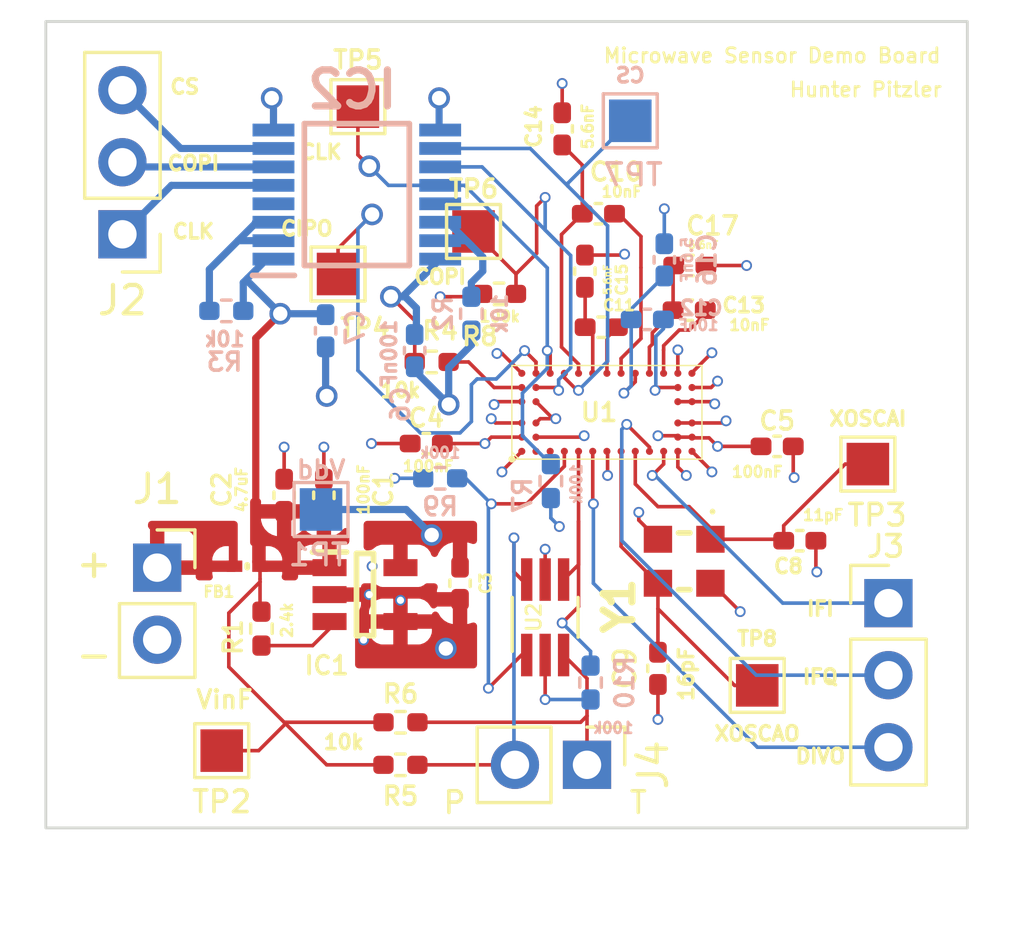
<source format=kicad_pcb>
(kicad_pcb (version 20211014) (generator pcbnew)
  (layers (0 "F.Cu" signal) (1 "In1.Cu" power "GND") (2 "In2.Cu" power "Vcc") (31 "B.Cu" signal) (34 "B.Paste" user) (35 "F.Paste" user) (36 "B.SilkS" user "B.Silkscreen") (37 "F.SilkS" user "F.Silkscreen") (38 "B.Mask" user) (39 "F.Mask" user) (44 "Edge.Cuts" user))
  (net 0 "")
  (net 1 "GND")
  (net 2 "/VinF")
  (net 3 "/Vdd")
  (net 4 "Net-(C8-Pad1)")
  (net 5 "Net-(C9-Pad2)")
  (net 6 "Net-(C10-Pad1)")
  (net 7 "/IFIAI")
  (net 8 "/IFIAIX")
  (net 9 "Net-(C12-Pad1)")
  (net 10 "/IFQAI")
  (net 11 "/IFQAIX")
  (net 12 "Net-(FB1-Pad1)")
  (net 13 "Net-(IC1-Pad3)")
  (net 14 "Net-(IC2-Pad2)")
  (net 16 "Net-(IC2-Pad5)")
  (net 17 "Net-(IC2-Pad6)")
  (net 18 "Net-(IC2-Pad7)")
  (net 19 "Net-(IC2-Pad12)")
  (net 21 "Net-(IC2-Pad14)")
  (net 24 "Net-(J3-Pad1)")
  (net 25 "Net-(IC2-Pad11)")
  (net 26 "Net-(IC2-Pad10)")
  (net 27 "Net-(J3-Pad2)")
  (net 28 "Net-(J3-Pad3)")
  (net 29 "Net-(C11-Pad1)")
  (net 30 "Net-(C13-Pad1)")
  (net 31 "Net-(J4-Pad1)")
  (net 32 "Net-(J4-Pad2)")
  (net 33 "Net-(R4-Pad2)")
  (net 34 "Net-(R9-Pad2)")
  (net 35 "Net-(R10-Pad1)")
  (net 36 "Net-(TP4-Pad1)")
  (footprint "Capacitor_SMD:C_0402_1005Metric_Pad0.74x0.62mm_HandSolder" (layer "F.Cu") (at 140.4 88.3 90)
    (fp_text reference "C15")
    (fp_text value "5.6n")
  )
  (footprint "Capacitor_SMD:C_0402_1005Metric_Pad0.74x0.62mm_HandSolder" (layer "F.Cu") (at 134.809359 94.375)
    (fp_text reference "C4")
    (fp_text value "100n")
  )
  (footprint "Connector_PinHeader_2.54mm:PinHeader_1x02_P2.54mm_Vertical" (layer "F.Cu") (at 140.475 105.7 -90)
    (fp_text reference "J4")
    (fp_text value "Digital_Outputs")
  )
  (footprint "TestPoint:TestPoint_Pad_1.5x1.5mm" (layer "F.Cu") (at 136.475 86.9)
    (fp_text reference "TP6")
    (fp_text value "TestPoint")
  )
  (footprint "SamacSys_Parts:FH3840024Z" (layer "F.Cu") (at 143.9 98.525 180)
    (fp_text reference "Y1")
    (fp_text value "FH3840024Z" hide)
  )
  (footprint "Capacitor_SMD:C_0402_1005Metric_Pad0.74x0.62mm_HandSolder" (layer "F.Cu") (at 131.2 96.2 -90)
    (fp_text reference "C1")
    (fp_text value "100n")
  )
  (footprint "Connector_PinHeader_2.54mm:PinHeader_1x03_P2.54mm_Vertical" (layer "F.Cu") (at 124.1 87 180)
    (fp_text reference "J2")
    (fp_text value "SPI_Header")
  )
  (footprint "Capacitor_SMD:C_0402_1005Metric_Pad0.74x0.62mm_HandSolder" (layer "F.Cu") (at 139.6 83.28375 90)
    (fp_text reference "C14")
    (fp_text value "5.6n")
  )
  (footprint "Capacitor_SMD:C_0402_1005Metric_Pad0.74x0.62mm_HandSolder" (layer "F.Cu") (at 140.876859 86.275)
    (fp_text reference "C10")
    (fp_text value "10n")
  )
  (footprint "SamacSys_Parts:SOT95P280X145-5N" (layer "F.Cu") (at 132.65 99.7)
    (fp_text reference "IC1")
    (fp_text value "TPS7A2015PDBVR" hide)
  )
  (footprint "Capacitor_SMD:C_0402_1005Metric_Pad0.74x0.62mm_HandSolder" (layer "F.Cu") (at 129.8 96.2 -90)
    (fp_text reference "C2")
    (fp_text value "4.7u")
  )
  (footprint "Connector_PinHeader_2.54mm:PinHeader_1x03_P2.54mm_Vertical" (layer "F.Cu") (at 151.1 100)
    (fp_text reference "J3")
    (fp_text value "ABB_Outputs")
  )
  (footprint "Capacitor_SMD:C_0402_1005Metric_Pad0.74x0.62mm_HandSolder" (layer "F.Cu") (at 136 99.3 -90)
    (fp_text reference "C3")
    (fp_text value "4.7u")
  )
  (footprint "Capacitor_SMD:C_0402_1005Metric_Pad0.74x0.62mm_HandSolder" (layer "F.Cu") (at 144.076859 89.675)
    (fp_text reference "C13")
    (fp_text value "10n")
  )
  (footprint "Resistor_SMD:R_0402_1005Metric_Pad0.72x0.64mm_HandSolder" (layer "F.Cu") (at 129 100.9 -90)
    (fp_text reference "R1")
    (fp_text value "2.4k")
  )
  (footprint "TestPoint:TestPoint_Pad_1.5x1.5mm" (layer "F.Cu") (at 131.7 88.4)
    (fp_text reference "TP4")
    (fp_text value "TestPoint")
  )
  (footprint "TestPoint:TestPoint_Pad_1.5x1.5mm" (layer "F.Cu") (at 127.6 105.2)
    (fp_text reference "TP2")
    (fp_text value "TestPoint")
  )
  (footprint "Resistor_SMD:R_0402_1005Metric_Pad0.72x0.64mm_HandSolder" (layer "F.Cu") (at 135 91.5)
    (fp_text reference "R4")
    (fp_text value "10k")
  )
  (footprint "Resistor_SMD:R_0402_1005Metric_Pad0.72x0.64mm_HandSolder" (layer "F.Cu") (at 137.375 89.1 180)
    (fp_text reference "R8")
    (fp_text value "100k")
  )
  (footprint "TestPoint:TestPoint_Pad_1.5x1.5mm" (layer "F.Cu") (at 132.4 82.5)
    (fp_text reference "TP5")
    (fp_text value "TestPoint")
  )
  (footprint "Resistor_SMD:R_0402_1005Metric_Pad0.72x0.64mm_HandSolder" (layer "F.Cu") (at 133.8975 105.7 180)
    (fp_text reference "R5")
    (fp_text value "10k")
  )
  (footprint "Connector_PinSocket_2.54mm:PinSocket_1x02_P2.54mm_Vertical" (layer "F.Cu") (at 125.325 98.75)
    (fp_text reference "J1")
    (fp_text value "3.3Vin")
  )
  (footprint "TestPoint:TestPoint_Pad_1.5x1.5mm" (layer "F.Cu") (at 146.475 102.9)
    (fp_text reference "TP8")
    (fp_text value "TestPoint")
  )
  (footprint "Capacitor_SMD:C_0402_1005Metric_Pad0.74x0.62mm_HandSolder" (layer "F.Cu") (at 140.976859 90.275)
    (fp_text reference "C11")
    (fp_text value "10n")
  )
  (footprint "Microwave:BGT60LTR11AIPE6327XUMA2 v2" (layer "F.Cu") (at 141.176859 93.275)
    (fp_text reference "U1")
    (fp_text value "BGT60LTR11AIPE6327XUMA2")
  )
  (footprint "Capacitor_SMD:C_0402_1005Metric_Pad0.74x0.62mm_HandSolder" (layer "F.Cu") (at 147.975 97.8)
    (fp_text reference "C8")
    (fp_text value "11p")
  )
  (footprint "Capacitor_SMD:C_0402_1005Metric_Pad0.74x0.62mm_HandSolder" (layer "F.Cu") (at 147.176859 94.475)
    (fp_text reference "C5")
    (fp_text value "100n")
  )
  (footprint "Resistor_SMD:R_0402_1005Metric_Pad0.72x0.64mm_HandSolder" (layer "F.Cu") (at 133.9 104.2 180)
    (fp_text reference "R6")
    (fp_text value "10k")
  )
  (footprint "Capacitor_SMD:C_0402_1005Metric_Pad0.74x0.62mm_HandSolder" (layer "F.Cu") (at 144.1 88.1)
    (fp_text reference "C17")
    (fp_text value "5.6n")
  )
  (footprint "Microwave2:SOT-363_SC-70-6_Handsoldering" (layer "F.Cu") (at 139 100.5 90)
    (fp_text reference "U2")
    (fp_text value "Level_Shifter")
  )
  (footprint "SamacSys_Parts:BEADC0603X33N" (layer "F.Cu") (at 128.5 98.7)
    (fp_text reference "FB1")
    (fp_text value "MMZ0603S121HT000" hide)
  )
  (footprint "Capacitor_SMD:C_0402_1005Metric_Pad0.74x0.62mm_HandSolder" (layer "F.Cu") (at 142.975 102.3 90)
    (fp_text reference "C9")
    (fp_text value "16p")
  )
  (footprint "TestPoint:TestPoint_Pad_1.5x1.5mm" (layer "F.Cu") (at 150.375 95.1)
    (fp_text reference "TP3")
    (fp_text value "TestPoint")
  )
  (footprint "Resistor_SMD:R_0402_1005Metric_Pad0.72x0.64mm_HandSolder" (layer "B.Cu") (at 136.4 89.8 -90)
    (fp_text reference "R2")
    (fp_text value "10k")
  )
  (footprint "Resistor_SMD:R_0402_1005Metric_Pad0.72x0.64mm_HandSolder" (layer "B.Cu") (at 127.762 89.7 180)
    (fp_text reference "R3")
    (fp_text value "10k")
  )
  (footprint "Capacitor_SMD:C_0402_1005Metric_Pad0.74x0.62mm_HandSolder" (layer "B.Cu") (at 134.4 91.1 90)
    (fp_text reference "C6")
    (fp_text value "100n")
  )
  (footprint "Capacitor_SMD:C_0402_1005Metric_Pad0.74x0.62mm_HandSolder" (layer "B.Cu") (at 142.6 90)
    (fp_text reference "C12")
    (fp_text value "10n")
  )
  (footprint "Capacitor_SMD:C_0402_1005Metric_Pad0.74x0.62mm_HandSolder" (layer "B.Cu") (at 131.262 90.4 -90)
    (fp_text reference "C7")
    (fp_text value "100n")
  )
  (footprint "TestPoint:TestPoint_Pad_1.5x1.5mm" (layer "B.Cu") (at 131.1 96.7 180)
    (fp_text reference "TP1")
    (fp_text value "TestPoint")
  )
  (footprint "Resistor_SMD:R_0402_1005Metric_Pad0.72x0.64mm_HandSolder" (layer "B.Cu") (at 140.6 102.8 -90)
    (fp_text reference "R10")
    (fp_text value "100k")
  )
  (footprint "TestPoint:TestPoint_Pad_1.5x1.5mm" (layer "B.Cu") (at 142 83 180)
    (fp_text reference "TP7")
    (fp_text value "TestPoint")
  )
  (footprint "SamacSys_Parts:SOP65P640X120-16N" (layer "B.Cu") (at 132.362 85.6)
    (fp_text reference "IC2")
    (fp_text value "SN74AVC4T245PWR" hide)
  )
  (footprint "Resistor_SMD:R_0402_1005Metric_Pad0.72x0.64mm_HandSolder" (layer "B.Cu") (at 135.3 95.6)
    (fp_text reference "R9")
    (fp_text value "100k")
  )
  (footprint "Capacitor_SMD:C_0402_1005Metric_Pad0.74x0.62mm_HandSolder" (layer "B.Cu") (at 143.2 87.9 90)
    (fp_text reference "C16")
    (fp_text value "5.6n")
  )
  (footprint "Resistor_SMD:R_0402_1005Metric_Pad0.72x0.64mm_HandSolder" (layer "B.Cu") (at 139.2 95.7 90)
    (fp_text reference "R7")
    (fp_text value "100k")
  )
  (gr_rect (start 121.4 79.5) (end 153.88 107.924) (layer "Edge.Cuts") (width 0.1) (fill none))
  (gr_text "100k" (at 135.3 94.7) (layer "B.SilkS") (effects (font (size 0.381 0.381) (thickness 0.09525)) (justify mirror)))
  (gr_text "5.6nF" (at 144 87.9 90) (layer "B.SilkS") (effects (font (size 0.381 0.381) (thickness 0.09525)) (justify mirror)))
  (gr_text "100k" (at 140.1 95.8 90) (layer "B.SilkS") (effects (font (size 0.381 0.381) (thickness 0.09525)) (justify mirror)))
  (gr_text "CS" (at 142 81.4) (layer "B.SilkS") (effects (font (size 0.508 0.508) (thickness 0.127)) (justify mirror)))
  (gr_text "100nF" (at 133.5 91.2 90) (layer "B.SilkS") (effects (font (size 0.508 0.508) (thickness 0.127)) (justify mirror)))
  (gr_text "Vdd" (at 131.1 95.3) (layer "B.SilkS") (effects (font (size 0.635 0.635) (thickness 0.127)) (justify mirror)))
  (gr_text "10k" (at 137.4 89.8 90) (layer "B.SilkS") (effects (font (size 0.508 0.508) (thickness 0.127)) (justify mirror)))
  (gr_text "10nF" (at 144.4 90.2) (layer "B.SilkS") (effects (font (size 0.381 0.381) (thickness 0.09525)) (justify mirror)))
  (gr_text "10k" (at 127.7 90.7) (layer "B.SilkS") (effects (font (size 0.508 0.508) (thickness 0.127)) (justify mirror)))
  (gr_text "100k" (at 141.4 104.4) (layer "B.SilkS") (effects (font (size 0.381 0.381) (thickness 0.09525)) (justify mirror)))
  (gr_text "4.7uF" (at 128.3 96 90) (layer "F.SilkS") (effects (font (size 0.381 0.381) (thickness 0.09525))))
  (gr_text "XOSCAO" (at 146.475 104.6) (layer "F.SilkS") (effects (font (size 0.508 0.508) (thickness 0.127))))
  (gr_text "100k" (at 137.4 89.9) (layer "F.SilkS") (effects (font (size 0.381 0.381) (thickness 0.09525))))
  (gr_text "CLK" (at 126.6 86.9) (layer "F.SilkS") (effects (font (size 0.508 0.508) (thickness 0.127))))
  (gr_text "CS" (at 126.3 81.8) (layer "F.SilkS") (effects (font (size 0.508 0.508) (thickness 0.127))))
  (gr_text "XOSCAI" (at 150.375 93.5) (layer "F.SilkS") (effects (font (size 0.508 0.508) (thickness 0.127))))
  (gr_text "100nF" (at 146.476859 95.375) (layer "F.SilkS") (effects (font (size 0.381 0.381) (thickness 0.09525))))
  (gr_text "CIPO" (at 130.6 86.8) (layer "F.SilkS") (effects (font (size 0.508 0.508) (thickness 0.127))))
  (gr_text "5.6nF" (at 140.5 83.2 90) (layer "F.SilkS") (effects (font (size 0.381 0.381) (thickness 0.09525))))
  (gr_text "100nF" (at 134.876859 95.175) (layer "F.SilkS") (effects (font (size 0.381 0.381) (thickness 0.09525))))
  (gr_text "10nF" (at 141.7 85.5) (layer "F.SilkS") (effects (font (size 0.381 0.381) (thickness 0.09525))))
  (gr_text "IFQ" (at 148.7 102.6) (layer "F.SilkS") (effects (font (size 0.508 0.508) (thickness 0.127))))
  (gr_text "16pF" (at 143.975 102.5 90) (layer "F.SilkS") (effects (font (size 0.508 0.508) (thickness 0.127))))
  (gr_text "5.6nF" (at 144.576859 87.375) (layer "F.SilkS") (effects (font (size 0.254 0.254) (thickness 0.0635))))
  (gr_text "IFI" (at 148.7 100.2) (layer "F.SilkS") (effects (font (size 0.508 0.508) (thickness 0.127))))
  (gr_text "11pF" (at 148.8 96.9) (layer "F.SilkS") (effects (font (size 0.381 0.381) (thickness 0.09525))))
  (gr_text "+\n\n-" (at 123.1 100.2) (layer "F.SilkS") (effects (font (size 1 1))))
  (gr_text "Hunter Pitzler" (at 150.3 81.9) (layer "F.SilkS") (effects (font (size 0.508 0.508) (thickness 0.09525))))
  (gr_text "DIVO" (at 148.7 105.4) (layer "F.SilkS") (effects (font (size 0.508 0.508) (thickness 0.127))))
  (gr_text "Microwave Sensor Demo Board" (at 147 80.7) (layer "F.SilkS") (effects (font (size 0.508 0.508) (thickness 0.09525))))
  (gr_text "COPI" (at 126.6 84.5) (layer "F.SilkS") (effects (font (size 0.508 0.508) (thickness 0.127))))
  (gr_text "100nF" (at 132.6 96 90) (layer "F.SilkS") (effects (font (size 0.381 0.381) (thickness 0.09525))))
  (gr_text "CLK" (at 131.1 84.1) (layer "F.SilkS") (effects (font (size 0.508 0.508) (thickness 0.127))))
  (gr_text "COPI" (at 135.3 88.5) (layer "F.SilkS") (effects (font (size 0.508 0.508) (thickness 0.127))))
  (gr_text "10k" (at 131.9 104.9) (layer "F.SilkS") (effects (font (size 0.508 0.508) (thickness 0.127))))
  (gr_text "10nF" (at 146.2 90.2) (layer "F.SilkS") (effects (font (size 0.381 0.381) (thickness 0.09525))))
  (gr_text "5.6nF" (at 141.2 88.6 90) (layer "F.SilkS") (effects (font (size 0.254 0.254) (thickness 0.0635))))
  (gr_text "VinF" (at 127.7 103.4) (layer "F.SilkS") (effects (font (size 0.635 0.635) (thickness 0.127))))
  (gr_text "P          T" (at 139 107.03) (layer "F.SilkS") (effects (font (size 0.762 0.762) (thickness 0.127))))
  (gr_text "2.4k" (at 129.9 100.6 90) (layer "F.SilkS") (effects (font (size 0.381 0.381) (thickness 0.09525))))
  (gr_text "10k" (at 133.9 92.5) (layer "F.SilkS") (effects (font (size 0.508 0.508) (thickness 0.127))))
  (via (at 132.9 98.7) (size 0.381) (drill 0.254) (layers "F.Cu" "B.Cu") (net 0))
  (segment (start 141.7675 87.7325) (end 141.8 87.7) (width 0.127) (layer "F.Cu") (net 1))
  (segment (start 142.975 102.8675) (end 142.975 104.1) (width 0.127) (layer "F.Cu") (net 1))
  (segment (start 142.3 97.075) (end 142.975 97.75) (width 0.127) (layer "F.Cu") (net 1))
  (segment (start 144.176859 92.4) (end 144.851859 92.4) (width 0.127) (layer "F.Cu") (net 1))
  (segment (start 139.6 82.71625) (end 139.6 81.68375) (width 0.127) (layer "F.Cu") (net 1))
  (segment (start 142.3 96.8) (end 142.3 97.075) (width 0.127) (layer "F.Cu") (net 1))
  (segment (start 144.176859 92.9) (end 143.676859 92.9) (width 0.127) (layer "F.Cu") (net 1))
  (segment (start 144.876859 95.375) (end 144.876859 95.35) (width 0.127) (layer "F.Cu") (net 1))
  (segment (start 144.851859 92.4) (end 145.076859 92.175) (width 0.127) (layer "F.Cu") (net 1))
  (segment (start 139.375 93.5) (end 139.276859 93.5) (width 0.127) (layer "F.Cu") (net 1))
  (segment (start 136.6775 89.2) (end 136.7775 89.1) (width 0.127) (layer "F.Cu") (net 1))
  (segment (start 129.8 95.6325) (end 129.8 94.5) (width 0.127) (layer "F.Cu") (net 1))
  (segment (start 144.976859 92.975) (end 144.901859 92.9) (width 0.127) (layer "F.Cu") (net 1))
  (segment (start 132.876859 94.375) (end 134.241859 94.375) (width 0.127) (layer "F.Cu") (net 1))
  (segment (start 143.676859 93.65) (end 144.176859 93.65) (width 0.127) (layer "F.Cu") (net 1))
  (segment (start 148.5425 98.8675) (end 148.575 98.9) (width 0.127) (layer "F.Cu") (net 1))
  (segment (start 137.476859 95.375) (end 137.476859 95.35) (width 0.127) (layer "F.Cu") (net 1))
  (segment (start 148.5425 97.8) (end 148.5425 98.8675) (width 0.127) (layer "F.Cu") (net 1))
  (segment (start 139.276859 93.5) (end 138.676859 92.9) (width 0.127) (layer "F.Cu") (net 1))
  (segment (start 137.25 93.65) (end 138.176859 93.65) (width 0.127) (layer "F.Cu") (net 1))
  (segment (start 143.676859 94.65) (end 143.676859 95.201859) (width 0.127) (layer "F.Cu") (net 1))
  (segment (start 141.2 94.673141) (end 141.176859 94.65) (width 0.127) (layer "F.Cu") (net 1))
  (segment (start 131.2 95.6325) (end 131.2 94.5) (width 0.127) (layer "F.Cu") (net 1))
  (segment (start 144.173142 91.878717) (end 144.876859 91.175) (width 0.127) (layer "F.Cu") (net 1))
  (segment (start 135.3 89.2) (end 136.6775 89.2) (width 0.127) (layer "F.Cu") (net 1))
  (segment (start 137.2 93) (end 137.3 92.9) (width 0.127) (layer "F.Cu") (net 1))
  (segment (start 144.901859 92.9) (end 144.176859 92.9) (width 0.127) (layer "F.Cu") (net 1))
  (segment (start 137.3 91.2) (end 137.476859 91.2) (width 0.127) (layer "F.Cu") (net 1))
  (segment (start 144.176859 93.65) (end 145.301859 93.65) (width 0.127) (layer "F.Cu") (net 1))
  (segment (start 137.1 93.5) (end 137.25 93.65) (width 0.127) (layer "F.Cu") (net 1))
  (segment (start 137.3 92.9) (end 138.176859 92.9) (width 0.127) (layer "F.Cu") (net 1))
  (segment (start 137.476859 91.2) (end 138.176859 91.9) (width 0.127) (layer "F.Cu") (net 1))
  (segment (start 137.476859 95.35) (end 138.176859 94.65) (width 0.127) (layer "F.Cu") (net 1))
  (segment (start 138.826859 93.5) (end 138.676859 93.65) (width 0.127) (layer "F.Cu") (net 1))
  (segment (start 147.744359 94.475) (end 147.744359 95.5425) (width 0.127) (layer "F.Cu") (net 1))
  (segment (start 144.876859 95.35) (end 144.176859 94.65) (width 0.127) (layer "F.Cu") (net 1))
  (segment (start 147.744359 95.5425) (end 147.776859 95.575) (width 0.127) (layer "F.Cu") (net 1))
  (segment (start 140.4 87.7325) (end 141.7675 87.7325) (width 0.127) (layer "F.Cu") (net 1))
  (segment (start 144.173142 91.9) (end 144.173142 91.878717) (width 0.127) (layer "F.Cu") (net 1))
  (segment (start 144.6675 88.1) (end 146.1 88.1) (width 0.127) (layer "F.Cu") (net 1))
  (segment (start 145.301859 93.65) (end 145.376859 93.575) (width 0.127) (layer "F.Cu") (net 1))
  (segment (start 144.875 99.3) (end 145.875 100.3) (width 0.127) (layer "F.Cu") (net 1))
  (segment (start 139.375 93.5) (end 138.826859 93.5) (width 0.127) (layer "F.Cu") (net 1))
  (segment (start 143.676859 95.201859) (end 143.975 95.5) (width 0.127) (layer "F.Cu") (net 1))
  (segment (start 141.2 95.5) (end 141.2 94.673141) (width 0.127) (layer "F.Cu") (net 1))
  (segment (start 144.825 99.3) (end 144.875 99.3) (width 0.127) (layer "F.Cu") (net 1))
  (via (at 137.2 93) (size 0.381) (drill 0.254) (layers "F.Cu" "B.Cu") (net 1))
  (via (at 139.6 81.68375) (size 0.381) (drill 0.254) (layers "F.Cu" "B.Cu") (net 1))
  (via (at 144.976859 92.975) (size 0.381) (drill 0.254) (layers "F.Cu" "B.Cu") (net 1))
  (via (at 137.3 91.2) (size 0.381) (drill 0.254) (layers "F.Cu" "B.Cu") (net 1))
  (via (at 143.975 95.5) (size 0.381) (drill 0.254) (layers "F.Cu" "B.Cu") (net 1))
  (via (at 135.3 89.2) (size 0.381) (drill 0.254) (layers "F.Cu" "B.Cu") (net 1))
  (via (at 145.376859 93.575) (size 0.381) (drill 0.254) (layers "F.Cu" "B.Cu") (net 1))
  (via (at 142.975 104.1) (size 0.381) (drill 0.254) (layers "F.Cu" "B.Cu") (net 1))
  (via (at 142.3 96.8) (size 0.381) (drill 0.254) (layers "F.Cu" "B.Cu") (net 1))
  (via (at 133.9 99.9) (size 0.381) (drill 0.254) (layers "F.Cu" "B.Cu") (net 1))
  (via (at 148.575 98.9) (size 0.381) (drill 0.254) (layers "F.Cu" "B.Cu") (net 1))
  (via (at 132.6 101.3) (size 0.381) (drill 0.254) (layers "F.Cu" "B.Cu") (net 1))
  (via (at 135.262 82.2) (size 0.762) (drill 0.508) (layers "F.Cu" "B.Cu") (net 1))
  (via (at 139.5 97.3) (size 0.381) (drill 0.254) (layers "F.Cu" "B.Cu") (net 1))
  (via (at 137.476859 95.375) (size 0.381) (drill 0.254) (layers "F.Cu" "B.Cu") (net 1))
  (via (at 129.8 94.5) (size 0.381) (drill 0.254) (layers "F.Cu" "B.Cu") (net 1))
  (via (at 132.8 99.7) (size 0.381) (drill 0.254) (layers "F.Cu" "B.Cu") (net 1))
  (via (at 129.362 82.2) (size 0.762) (drill 0.508) (layers "F.Cu" "B.Cu") (net 1))
  (via (at 145.875 100.3) (size 0.381) (drill 0.254) (layers "F.Cu" "B.Cu") (net 1))
  (via (at 147.776859 95.575) (size 0.381) (drill 0.254) (layers "F.Cu" "B.Cu") (net 1))
  (via (at 141.2 95.5) (size 0.381) (drill 0.254) (layers "F.Cu" "B.Cu") (net 1))
  (via (at 141.8 87.7) (size 0.381) (drill 0.254) (layers "F.Cu" "B.Cu") (net 1))
  (via (at 135.6 93) (size 0.762) (drill 0.508) (layers "F.Cu" "B.Cu") (net 1))
  (via (at 137.1 93.5) (size 0.381) (drill 0.254) (layers "F.Cu" "B.Cu") (net 1))
  (via (at 144.876859 91.175) (size 0.381) (drill 0.254) (layers "F.Cu" "B.Cu") (net 1))
  (via (at 144.876859 95.375) (size 0.381) (drill 0.254) (layers "F.Cu" "B.Cu") (net 1))
  (via (at 146.1 88.1) (size 0.381) (drill 0.254) (layers "F.Cu" "B.Cu") (net 1))
  (via (at 131.3 92.7) (size 0.762) (drill 0.508) (layers "F.Cu" "B.Cu") (net 1))
  (via (at 135.5 101.6) (size 0.762) (drill 0.508) (layers "F.Cu" "B.Cu") (net 1))
  (via (at 132.876859 94.375) (size 0.381) (drill 0.254) (layers "F.Cu" "B.Cu") (net 1))
  (via (at 143.2 86.1) (size 0.381) (drill 0.254) (layers "F.Cu" "B.Cu") (net 1))
  (via (at 139.375 93.5) (size 0.381) (drill 0.254) (layers "F.Cu" "B.Cu") (net 1))
  (via (at 145.076859 92.175) (size 0.381) (drill 0.254) (layers "F.Cu" "B.Cu") (net 1))
  (via (at 131.2 94.5) (size 0.381) (drill 0.254) (layers "F.Cu" "B.Cu") (net 1))
  (segment (start 135.262 82.2) (end 135.262 83.287) (width 0.25) (layer "B.Cu") (net 1))
  (segment (start 136.4 90.9) (end 135.6 91.7) (width 0.254) (layer "B.Cu") (net 1))
  (segment (start 139.2 97) (end 139.2 96.2975) (width 0.127) (layer "B.Cu") (net 1))
  (segment (start 143.2 87.6325) (end 143.2 86.1) (width 0.127) (layer "B.Cu") (net 1))
  (segment (start 129.424 83.325) (end 129.424 82.262) (width 0.254) (layer "B.Cu") (net 1))
  (segment (start 139.5 97.3) (end 139.2 97) (width 0.127) (layer "B.Cu") (net 1))
  (segment (start 129.424 82.262) (end 129.362 82.2) (width 0.127) (layer "B.Cu") (net 1))
  (segment (start 136.4 90.5975) (end 136.4 90.9) (width 0.254) (layer "B.Cu") (net 1))
  (segment (start 135.6 91.7) (end 135.6 93) (width 0.254) (layer "B.Cu") (net 1))
  (segment (start 134.4 91.8) (end 135.6 93) (width 0.25) (layer "B.Cu") (net 1))
  (segment (start 131.3 92.7) (end 131.262 92.662) (width 0.254) (layer "B.Cu") (net 1))
  (segment (start 135.262 83.287) (end 135.3 83.325) (width 0.25) (layer "B.Cu") (net 1))
  (segment (start 134.4 91.6675) (end 134.4 91.8) (width 0.25) (layer "B.Cu") (net 1))
  (segment (start 131.262 92.662) (end 131.262 90.9675) (width 0.254) (layer "B.Cu") (net 1))
  (segment (start 128.95 100.2525) (end 128.95 99.25) (width 0.127) (layer "F.Cu") (net 2))
  (segment (start 133.3025 104.2) (end 129.8 104.2) (width 0.127) (layer "F.Cu") (net 2))
  (segment (start 129.662 89.8) (end 128.8 90.662) (width 0.254) (layer "F.Cu") (net 2))
  (segment (start 128.8 90.662) (end 128.8 98.55) (width 0.254) (layer "F.Cu") (net 2))
  (segment (start 127.85 100.35) (end 127.85 102.25) (width 0.127) (layer "F.Cu") (net 2))
  (segment (start 131.3 105.7) (end 129.8 104.2) (width 0.127) (layer "F.Cu") (net 2))
  (segment (start 129.9 104.2) (end 128.9 105.2) (width 0.127) (layer "F.Cu") (net 2))
  (segment (start 133.3 105.7) (end 131.3 105.7) (width 0.127) (layer "F.Cu") (net 2))
  (segment (start 129.8 104.2) (end 127.85 102.25) (width 0.127) (layer "F.Cu") (net 2))
  (segment (start 129 100.3025) (end 128.95 100.2525) (width 0.127) (layer "F.Cu") (net 2))
  (segment (start 128.95 99.15) (end 128.95 98.7) (width 0.127) (layer "F.Cu") (net 2))
  (segment (start 128.95 99.25) (end 128.95 99.15) (width 0.127) (layer "F.Cu") (net 2))
  (segment (start 128.95 99.25) (end 127.85 100.35) (width 0.127) (layer "F.Cu") (net 2))
  (segment (start 128.9 105.2) (end 127.6 105.2) (width 0.127) (layer "F.Cu") (net 2))
  (segment (start 128.95 98.7) (end 128.8 98.55) (width 0.127) (layer "F.Cu") (net 2))
  (segment (start 129.9 104.2) (end 129.8 104.2) (width 0.127) (layer "F.Cu") (net 2))
  (via (at 129.662 89.8) (size 0.762) (drill 0.508) (layers "F.Cu" "B.Cu") (net 2))
  (segment (start 131.2295 89.8) (end 131.262 89.8325) (width 0.127) (layer "B.Cu") (net 2))
  (segment (start 128.3595 88.7025) (end 128.512 88.55) (width 0.254) (layer "B.Cu") (net 2))
  (segment (start 128.3595 89.7) (end 128.3595 88.7025) (width 0.254) (layer "B.Cu") (net 2))
  (segment (start 128.512 88.65) (end 128.512 88.55) (width 0.127) (layer "B.Cu") (net 2))
  (segment (start 128.512 88.55) (end 129.187 87.875) (width 0.254) (layer "B.Cu") (net 2))
  (segment (start 129.187 87.875) (end 129.424 87.875) (width 0.127) (layer "B.Cu") (net 2))
  (segment (start 129.662 89.8) (end 128.512 88.65) (width 0.254) (layer "B.Cu") (net 2))
  (segment (start 129.662 89.8) (end 131.2295 89.8) (width 0.254) (layer "B.Cu") (net 2))
  (segment (start 143.676859 94.15) (end 144.176859 94.15) (width 0.127) (layer "F.Cu") (net 3))
  (segment (start 145.076859 94.475) (end 146.609359 94.475) (width 0.127) (layer "F.Cu") (net 3))
  (segment (start 136.876859 94.375) (end 137.101859 94.15) (width 0.127) (layer "F.Cu") (net 3))
  (segment (start 142.975 94.1) (end 143.626859 94.1) (width 0.127) (layer "F.Cu") (net 3))
  (segment (start 134.4025 91.5) (end 134.4025 90.0405) (width 0.127) (layer "F.Cu") (net 3))
  (segment (start 136.876859 94.375) (end 135.376859 94.375) (width 0.127) (layer "F.Cu") (net 3))
  (segment (start 134.4025 90.0405) (end 133.562 89.2) (width 0.127) (layer "F.Cu") (net 3))
  (segment (start 138.676859 94.15) (end 140.325 94.15) (width 0.127) (layer "F.Cu") (net 3))
  (segment (start 143.676859 91.9) (end 143.676859 91.075) (width 0.127) (layer "F.Cu") (net 3))
  (segment (start 140.325 94.15) (end 140.375 94.1) (width 0.127) (layer "F.Cu") (net 3))
  (segment (start 139 99.17) (end 139 98.1) (width 0.127) (layer "F.Cu") (net 3))
  (segment (start 145.076859 94.475) (end 144.776859 94.175) (width 0.127) (layer "F.Cu") (net 3))
  (segment (start 144.201859 94.175) (end 144.176859 94.15) (width 0.127) (layer "F.Cu") (net 3))
  (segment (start 143.626859 94.1) (end 143.676859 94.15) (width 0.127) (layer "F.Cu") (net 3))
  (segment (start 137.101859 94.15) (end 138.176859 94.15) (width 0.127) (layer "F.Cu") (net 3))
  (segment (start 139 101.83) (end 139 103.4) (width 0.127) (layer "F.Cu") (net 3))
  (segment (start 144.776859 94.175) (end 144.201859 94.175) (width 0.127) (layer "F.Cu") (net 3))
  (via (at 133.7 95.6) (size 0.381) (drill 0.254) (layers "F.Cu" "B.Cu") (net 3))
  (via (at 143.676859 91.075) (size 0.381) (drill 0.254) (layers "F.Cu" "B.Cu") (net 3))
  (via (at 142.975 94.1) (size 0.381) (drill 0.254) (layers "F.Cu" "B.Cu") (net 3))
  (via (at 136.876859 94.375) (size 0.381) (drill 0.254) (layers "F.Cu" "B.Cu") (net 3))
  (via (at 139 98.1) (size 0.381) (drill 0.254) (layers "F.Cu" "B.Cu") (net 3))
  (via (at 139 103.4) (size 0.381) (drill 0.254) (layers "F.Cu" "B.Cu") (net 3))
  (via (at 145.076859 94.475) (size 0.381) (drill 0.254) (layers "F.Cu" "B.Cu") (net 3))
  (via (at 133.562 89.2) (size 0.762) (drill 0.508) (layers "F.Cu" "B.Cu") (net 3))
  (via (at 140.375 94.1) (size 0.381) (drill 0.254) (layers "F.Cu" "B.Cu") (net 3))
  (via (at 135 97.6) (size 0.762) (drill 0.508) (layers "F.Cu" "B.Cu") (net 3))
  (segment (start 139.0025 103.3975) (end 140.6 103.3975) (width 0.127) (layer "B.Cu") (net 3))
  (segment (start 133.975 89.2) (end 134.0185 89.1565) (width 0.254) (layer "B.Cu") (net 3))
  (segment (start 134.1 96.7) (end 135 97.6) (width 0.254) (layer "B.Cu") (net 3))
  (segment (start 139 103.4) (end 139.0025 103.3975) (width 0.127) (layer "B.Cu") (net 3))
  (segment (start 131.1 96.7) (end 134.1 96.7) (width 0.254) (layer "B.Cu") (net 3))
  (segment (start 134.462 89.6) (end 134.0185 89.1565) (width 0.254) (layer "B.Cu") (net 3))
  (segment (start 133.562 89.2) (end 133.975 89.2) (width 0.254) (layer "B.Cu") (net 3))
  (segment (start 134.0185 89.1565) (end 135.3 87.875) (width 0.254) (layer "B.Cu") (net 3))
  (segment (start 133.7 95.6) (end 134.7025 95.6) (width 0.127) (layer "B.Cu") (net 3))
  (segment (start 134.462 90.5325) (end 134.462 89.6) (width 0.254) (layer "B.Cu") (net 3))
  (segment (start 147.4075 97.2675) (end 149.575 95.1) (width 0.127) (layer "F.Cu") (net 4))
  (segment (start 142.176859 94.65) (end 142.176859 95.801859) (width 0.127) (layer "F.Cu") (net 4))
  (segment (start 142.975 96.6) (end 144.075 96.6) (width 0.127) (layer "F.Cu") (net 4))
  (segment (start 144.075 96.6) (end 144.825 97.35) (width 0.127) (layer "F.Cu") (net 4))
  (segment (start 149.575 95.1) (end 150.375 95.1) (width 0.127) (layer "F.Cu") (net 4))
  (segment (start 144.825 97.75) (end 147.3575 97.75) (width 0.127) (layer "F.Cu") (net 4))
  (segment (start 144.825 97.35) (end 144.825 97.75) (width 0.127) (layer "F.Cu") (net 4))
  (segment (start 142.176859 95.801859) (end 142.975 96.6) (width 0.127) (layer "F.Cu") (net 4))
  (segment (start 147.4075 97.8) (end 147.4075 97.2675) (width 0.127) (layer "F.Cu") (net 4))
  (segment (start 147.3575 97.75) (end 147.4075 97.8) (width 0.127) (layer "F.Cu") (net 4))
  (segment (start 145.675 102.9) (end 146.475 102.9) (width 0.127) (layer "F.Cu") (net 5))
  (segment (start 142.975 100.2) (end 142.975 101.7325) (width 0.127) (layer "F.Cu") (net 5))
  (segment (start 141.676859 94.65) (end 141.676859 98.001859) (width 0.127) (layer "F.Cu") (net 5))
  (segment (start 141.676859 98.001859) (end 142.975 99.3) (width 0.127) (layer "F.Cu") (net 5))
  (segment (start 142.975 100.2) (end 145.675 102.9) (width 0.127) (layer "F.Cu") (net 5))
  (segment (start 142.975 99.3) (end 142.975 100.2) (width 0.127) (layer "F.Cu") (net 5))
  (segment (start 140.309359 86.275) (end 140.309359 84.560609) (width 0.127) (layer "F.Cu") (net 6))
  (segment (start 139.576859 90.975) (end 139.576859 87.0075) (width 0.127) (layer "F.Cu") (net 6))
  (segment (start 140.176859 91.9) (end 140.176859 91.575) (width 0.127) (layer "F.Cu") (net 6))
  (segment (start 140.176859 91.575) (end 139.576859 90.975) (width 0.127) (layer "F.Cu") (net 6))
  (segment (start 140.309359 84.560609) (end 139.6 83.85125) (width 0.127) (layer "F.Cu") (net 6))
  (segment (start 139.576859 87.0075) (end 140.309359 86.275) (width 0.127) (layer "F.Cu") (net 6))
  (segment (start 142.376859 90.675) (end 141.676239 91.37562) (width 0.127) (layer "F.Cu") (net 7))
  (segment (start 141.444359 86.275) (end 141.576859 86.275) (width 0.127) (layer "F.Cu") (net 7))
  (segment (start 141.576859 86.275) (end 142.376859 87.075) (width 0.127) (layer "F.Cu") (net 7))
  (segment (start 142.376859 88.175) (end 142.376859 90.675) (width 0.127) (layer "F.Cu") (net 7))
  (segment (start 141.676239 91.37562) (end 141.676239 91.9) (width 0.127) (layer "F.Cu") (net 7))
  (segment (start 142.376859 87.075) (end 142.376859 88.175) (width 0.127) (layer "F.Cu") (net 7))
  (segment (start 141.176859 91.9) (end 141.176859 90.6425) (width 0.127) (layer "F.Cu") (net 8))
  (segment (start 141.176859 90.6425) (end 141.544359 90.275) (width 0.127) (layer "F.Cu") (net 8))
  (segment (start 142.175 92.2) (end 142.175 92.1) (width 0.127) (layer "F.Cu") (net 9))
  (segment (start 141.775 92.6) (end 142.175 92.2) (width 0.127) (layer "F.Cu") (net 9))
  (segment (start 142.176859 92.098141) (end 142.176859 91.9) (width 0.127) (layer "F.Cu") (net 9))
  (segment (start 142.175 92.1) (end 142.176859 92.098141) (width 0.127) (layer "F.Cu") (net 9))
  (via (at 141.775 92.6) (size 0.381) (drill 0.254) (layers "F.Cu" "B.Cu") (net 9))
  (segment (start 142.0325 90) (end 142.0325 92.3425) (width 0.127) (layer "B.Cu") (net 9))
  (segment (start 142.0325 90) (end 142.0325 89.635) (width 0.127) (layer "B.Cu") (net 9))
  (segment (start 142.0325 89.635) (end 143.2 88.4675) (width 0.127) (layer "B.Cu") (net 9))
  (segment (start 142.0325 92.3425) (end 141.775 92.6) (width 0.127) (layer "B.Cu") (net 9))
  (segment (start 142.975 92.4) (end 142.875 92.5) (width 0.127) (layer "F.Cu") (net 10))
  (segment (start 143.676859 92.4) (end 142.975 92.4) (width 0.127) (layer "F.Cu") (net 10))
  (via (at 142.875 92.5) (size 0.381) (drill 0.254) (layers "F.Cu" "B.Cu") (net 10))
  (segment (start 142.9 92.475) (end 142.875 92.5) (width 0.127) (layer "B.Cu") (net 10))
  (segment (start 142.9 90.6) (end 142.9 92.475) (width 0.127) (layer "B.Cu") (net 10))
  (segment (start 143.1675 90.3325) (end 142.9 90.6) (width 0.127) (layer "B.Cu") (net 10))
  (segment (start 143.1675 90) (end 143.1675 90.3325) (width 0.127) (layer "B.Cu") (net 10))
  (segment (start 144.076859 90.375) (end 144.644359 89.8075) (width 0.127) (layer "F.Cu") (net 11))
  (segment (start 143.725613 90.375) (end 144.076859 90.375) (width 0.127) (layer "F.Cu") (net 11))
  (segment (start 143.176859 91.075) (end 143.176859 90.923754) (width 0.127) (layer "F.Cu") (net 11))
  (segment (start 143.176859 90.923754) (end 143.725613 90.375) (width 0.127) (layer "F.Cu") (net 11))
  (segment (start 144.644359 89.8075) (end 144.644359 89.675) (width 0.127) (layer "F.Cu") (net 11))
  (segment (start 143.174381 91.9) (end 143.174381 91.077478) (width 0.127) (layer "F.Cu") (net 11))
  (segment (start 143.174381 91.077478) (end 143.176859 91.075) (width 0.127) (layer "F.Cu") (net 11))
  (segment (start 129 101.4975) (end 130.8025 101.4975) (width 0.127) (layer "F.Cu") (net 13))
  (segment (start 131.4 100.9) (end 131.4 100.65) (width 0.127) (layer "F.Cu") (net 13))
  (segment (start 130.8025 101.4975) (end 131.4 100.9) (width 0.127) (layer "F.Cu") (net 13))
  (segment (start 129.424 86.575) (end 128.787 86.575) (width 0.127) (layer "B.Cu") (net 14))
  (segment (start 129.424 87.225) (end 128.175 87.225) (width 0.254) (layer "B.Cu") (net 14))
  (segment (start 128.787 86.613) (end 128.787 86.575) (width 0.254) (layer "B.Cu") (net 14))
  (segment (start 127.1645 89.7) (end 127.1645 88.2355) (width 0.254) (layer "B.Cu") (net 14))
  (segment (start 127.1645 88.2355) (end 128.787 86.613) (width 0.254) (layer "B.Cu") (net 14))
  (segment (start 125.825 85.275) (end 129.424 85.275) (width 0.25) (layer "B.Cu") (net 16))
  (segment (start 124.1 87) (end 125.825 85.275) (width 0.25) (layer "B.Cu") (net 16))
  (segment (start 124.265 84.625) (end 124.1 84.46) (width 0.25) (layer "B.Cu") (net 17))
  (segment (start 129.424 84.625) (end 124.265 84.625) (width 0.25) (layer "B.Cu") (net 17))
  (segment (start 126.155 83.975) (end 129.424 83.975) (width 0.25) (layer "B.Cu") (net 18))
  (segment (start 124.1 81.92) (end 126.155 83.975) (width 0.25) (layer "B.Cu") (net 18))
  (segment (start 139.176859 91.201859) (end 139.075 91.1) (width 0.127) (layer "F.Cu") (net 19))
  (segment (start 139.176859 91.9) (end 139.176859 91.201859) (width 0.127) (layer "F.Cu") (net 19))
  (segment (start 132.8 84.6) (end 132.4 84.2) (width 0.127) (layer "F.Cu") (net 19))
  (segment (start 132.4 84.2) (end 132.4 82.5) (width 0.127) (layer "F.Cu") (net 19))
  (via (at 132.8 84.6) (size 0.762) (drill 0.508) (layers "F.Cu" "B.Cu") (net 19))
  (via (at 139.075 91.1) (size 0.381) (drill 0.254) (layers "F.Cu" "B.Cu") (net 19))
  (segment (start 139.075 88.1855) (end 139.075 91.1) (width 0.127) (layer "B.Cu") (net 19))
  (segment (start 135.3 85.275) (end 136.1645 85.275) (width 0.127) (layer "B.Cu") (net 19))
  (segment (start 136.1645 85.275) (end 139.075 88.1855) (width 0.127) (layer "B.Cu") (net 19))
  (segment (start 133.475 85.275) (end 132.8 84.6) (width 0.127) (layer "B.Cu") (net 19))
  (segment (start 138.2 92.6) (end 138.2 94.1025) (width 0.127) (layer "B.Cu") (net 19))
  (segment (start 139.075 91.1) (end 139.075 91.725) (width 0.127) (layer "B.Cu") (net 19))
  (segment (start 135.3 85.275) (end 133.475 85.275) (width 0.127) (layer "B.Cu") (net 19))
  (segment (start 138.2 94.1025) (end 139.2 95.1025) (width 0.127) (layer "B.Cu") (net 19))
  (segment (start 139.075 91.725) (end 138.2 92.6) (width 0.127) (layer "B.Cu") (net 19))
  (segment (start 136.8 87.8) (end 136.4 87.4) (width 0.254) (layer "B.Cu") (net 21))
  (segment (start 135.3 86.575) (end 135.575 86.575) (width 0.254) (layer "B.Cu") (net 21))
  (segment (start 136.8 88.3) (end 136.8 87.8) (width 0.254) (layer "B.Cu") (net 21))
  (segment (start 136.225 87.225) (end 135.3 87.225) (width 0.254) (layer "B.Cu") (net 21))
  (segment (start 136.4 87.4) (end 136.225 87.225) (width 0.254) (layer "B.Cu") (net 21))
  (segment (start 135.575 86.575) (end 136.4 87.4) (width 0.254) (layer "B.Cu") (net 21))
  (segment (start 136.4 88.7) (end 136.8 88.3) (width 0.254) (layer "B.Cu") (net 21))
  (segment (start 136.4 89.4025) (end 136.4 88.7) (width 0.254) (layer "B.Cu") (net 21))
  (segment (start 143.176859 95.098141) (end 143.176859 94.65) (width 0.127) (layer "F.Cu") (net 24))
  (segment (start 142.775 95.5) (end 143.176859 95.098141) (width 0.127) (layer "F.Cu") (net 24))
  (via (at 142.775 95.5) (size 0.381) (drill 0.254) (layers "F.Cu" "B.Cu") (net 24))
  (segment (start 142.875 95.5) (end 147.375 100) (width 0.127) (layer "B.Cu") (net 24))
  (segment (start 142.775 95.5) (end 142.875 95.5) (width 0.127) (layer "B.Cu") (net 24))
  (segment (start 151.1 100) (end 147.375 100) (width 0.127) (layer "B.Cu") (net 24))
  (segment (start 138.7 87.67) (end 137.9725 88.3975) (width 0.127) (layer "F.Cu") (net 25))
  (segment (start 137.9725 88.3975) (end 136.475 86.9) (width 0.127) (layer "F.Cu") (net 25))
  (segment (start 139.375 92.4) (end 139.475 92.5) (width 0.127) (layer "F.Cu") (net 25))
  (segment (start 137.9725 89.1) (end 137.9725 88.3975) (width 0.127) (layer "F.Cu") (net 25))
  (segment (start 138.676859 92.4) (end 139.375 92.4) (width 0.127) (layer "F.Cu") (net 25))
  (segment (start 138.7 86) (end 138.7 87.67) (width 0.127) (layer "F.Cu") (net 25))
  (segment (start 139 85.7) (end 138.7 86) (width 0.127) (layer "F.Cu") (net 25))
  (via (at 139.475 92.5) (size 0.381) (drill 0.254) (layers "F.Cu" "B.Cu") (net 25))
  (via (at 139 85.7) (size 0.381) (drill 0.254) (layers "F.Cu" "B.Cu") (net 25))
  (segment (start 136.775613 84.625) (end 139.525307 87.374693) (width 0.127) (layer "B.Cu") (net 25))
  (segment (start 135.3 84.625) (end 136.775613 84.625) (width 0.127) (layer "B.Cu") (net 25))
  (segment (start 139.475 92.125) (end 139.475 92.5) (width 0.127) (layer "B.Cu") (net 25))
  (segment (start 139 85.7) (end 139 86.849386) (width 0.127) (layer "B.Cu") (net 25))
  (segment (start 139.9 91.7) (end 139.475 92.125) (width 0.127) (layer "B.Cu") (net 25))
  (segment (start 139.525307 87.374693) (end 139.9 87.749387) (width 0.127) (layer "B.Cu") (net 25))
  (segment (start 139.9 87.749387) (end 139.9 91.7) (width 0.127) (layer "B.Cu") (net 25))
  (segment (start 139 86.849386) (end 139.525307 87.374693) (width 0.127) (layer "B.Cu") (net 25))
  (segment (start 139.676859 91.9) (end 139.676859 92.050613) (width 0.127) (layer "F.Cu") (net 26))
  (segment (start 139.676859 92.050613) (end 140.126246 92.5) (width 0.127) (layer "F.Cu") (net 26))
  (segment (start 140.126246 92.5) (end 140.175 92.5) (width 0.127) (layer "F.Cu") (net 26))
  (via (at 140.175 92.5) (size 0.381) (drill 0.254) (layers "F.Cu" "B.Cu") (net 26))
  (segment (start 135.3 83.975) (end 138.475 83.975) (width 0.127) (layer "B.Cu") (net 26))
  (segment (start 141.2 91.475) (end 140.175 92.5) (width 0.127) (layer "B.Cu") (net 26))
  (segment (start 138.475 83.975) (end 139.8 85.3) (width 0.127) (layer "B.Cu") (net 26))
  (segment (start 139.8 85.2) (end 142 83) (width 0.127) (layer "B.Cu") (net 26))
  (segment (start 141.2 86.7) (end 141.2 91.475) (width 0.127) (layer "B.Cu") (net 26))
  (segment (start 139.8 85.3) (end 139.8 85.2) (width 0.127) (layer "B.Cu") (net 26))
  (segment (start 139.8 85.3) (end 141.2 86.7) (width 0.127) (layer "B.Cu") (net 26))
  (segment (start 142.676859 94.501859) (end 141.875 93.7) (width 0.127) (layer "F.Cu") (net 27))
  (segment (start 142.676859 94.65) (end 142.676859 94.501859) (width 0.127) (layer "F.Cu") (net 27))
  (via (at 141.875 93.7) (size 0.381) (drill 0.254) (layers "F.Cu" "B.Cu") (net 27))
  (segment (start 141.7 93.875) (end 141.875 93.7) (width 0.127) (layer "B.Cu") (net 27))
  (segment (start 146.44 102.54) (end 141.7 97.8) (width 0.127) (layer "B.Cu") (net 27))
  (segment (start 141.7 97.8) (end 141.7 93.875) (width 0.127) (layer "B.Cu") (net 27))
  (segment (start 151.1 102.54) (end 146.44 102.54) (width 0.127) (layer "B.Cu") (net 27))
  (segment (start 140.676859 94.65) (end 140.676859 96.476859) (width 0.127) (layer "F.Cu") (net 28))
  (segment (start 140.676859 96.476859) (end 140.7 96.5) (width 0.127) (layer "F.Cu") (net 28))
  (via (at 140.7 96.5) (size 0.381) (drill 0.254) (layers "F.Cu" "B.Cu") (net 28))
  (segment (start 146.48 105.08) (end 140.7 99.3) (width 0.127) (layer "B.Cu") (net 28))
  (segment (start 151.1 105.08) (end 146.48 105.08) (width 0.127) (layer "B.Cu") (net 28))
  (segment (start 140.7 99.3) (end 140.7 96.5) (width 0.127) (layer "B.Cu") (net 28))
  (segment (start 140.409359 88.876859) (end 140.4 88.8675) (width 0.25) (layer "F.Cu") (net 29))
  (segment (start 140.676859 91.9) (end 140.676859 90.4425) (width 0.127) (layer "F.Cu") (net 29))
  (segment (start 140.676859 90.4425) (end 140.509359 90.275) (width 0.127) (layer "F.Cu") (net 29))
  (segment (start 140.409359 90.275) (end 140.409359 88.876859) (width 0.127) (layer "F.Cu") (net 29))
  (segment (start 143.509359 89.7425) (end 142.776859 90.475) (width 0.127) (layer "F.Cu") (net 30))
  (segment (start 142.776859 90.475) (end 142.776859 90.875) (width 0.127) (layer "F.Cu") (net 30))
  (segment (start 142.776859 90.875) (end 142.675 90.976859) (width 0.127) (layer "F.Cu") (net 30))
  (segment (start 143.509359 89.675) (end 143.509359 89.7425) (width 0.127) (layer "F.Cu") (net 30))
  (segment (start 142.675 90.976859) (end 142.675 91.9) (width 0.127) (layer "F.Cu") (net 30))
  (segment (start 143.509359 89.675) (end 143.509359 88.123141) (width 0.127) (layer "F.Cu") (net 30))
  (segment (start 143.509359 88.123141) (end 143.5325 88.1) (width 0.127) (layer "F.Cu") (net 30))
  (segment (start 140.475 103.975) (end 140.475 105.7) (width 0.127) (layer "F.Cu") (net 31))
  (segment (start 140.475 102.655) (end 139.65 101.83) (width 0.127) (layer "F.Cu") (net 31))
  (segment (start 134.4975 104.2) (end 140.25 104.2) (width 0.127) (layer "F.Cu") (net 31))
  (segment (start 140.475 102.655) (end 140.475 103.975) (width 0.127) (layer "F.Cu") (net 31))
  (segment (start 140.25 104.2) (end 140.475 103.975) (width 0.127) (layer "F.Cu") (net 31))
  (segment (start 138.35 99.17) (end 138.17 99.17) (width 0.127) (layer "F.Cu") (net 32))
  (segment (start 134.495 105.7) (end 137.935 105.7) (width 0.127) (layer "F.Cu") (net 32))
  (segment (start 138.17 99.17) (end 137.9 98.9) (width 0.127) (layer "F.Cu") (net 32))
  (segment (start 137.9 98.9) (end 137.9 97.7) (width 0.127) (layer "F.Cu") (net 32))
  (via (at 137.9 97.7) (size 0.381) (drill 0.254) (layers "F.Cu" "B.Cu") (net 32))
  (segment (start 138.3 105.6) (end 138.3 105.3) (width 0.127) (layer "B.Cu") (net 32))
  (segment (start 138.3 105.3) (end 137.9 104.9) (width 0.127) (layer "B.Cu") (net 32))
  (segment (start 137.9 97.7) (end 137.9 104.9) (width 0.127) (layer "B.Cu") (net 32))
  (segment (start 138.176859 92.4) (end 137.201859 92.4) (width 0.127) (layer "F.Cu") (net 33))
  (segment (start 135.5975 91.5) (end 136.30186 91.5) (width 0.127) (layer "F.Cu") (net 33))
  (segment (start 136.30186 91.5) (end 136.95093 92.14907) (width 0.127) (layer "F.Cu") (net 33))
  (segment (start 137.201859 92.4) (end 136.95093 92.14907) (width 0.127) (layer "F.Cu") (net 33))
  (segment (start 137 103) (end 138.17 101.83) (width 0.127) (layer "F.Cu") (net 34))
  (segment (start 139.676859 95.176859) (end 139.676859 94.65) (width 0.127) (layer "F.Cu") (net 34))
  (segment (start 138.353718 96.5) (end 139.676859 95.176859) (width 0.127) (layer "F.Cu") (net 34))
  (segment (start 138.17 101.83) (end 138.35 101.83) (width 0.127) (layer "F.Cu") (net 34))
  (segment (start 137.1 96.5) (end 138.353718 96.5) (width 0.127) (layer "F.Cu") (net 34))
  (via (at 137.1 96.5) (size 0.381) (drill 0.254) (layers "F.Cu" "B.Cu") (net 34))
  (via (at 137 103) (size 0.381) (drill 0.254) (layers "F.Cu" "B.Cu") (net 34))
  (segment (start 137 96.6) (end 137.1 96.5) (width 0.127) (layer "B.Cu") (net 34))
  (segment (start 135.8975 95.6) (end 136.2 95.6) (width 0.127) (layer "B.Cu") (net 34))
  (segment (start 137 103) (end 137 96.6) (width 0.127) (layer "B.Cu") (net 34))
  (segment (start 136.2 95.6) (end 137.1 96.5) (width 0.127) (layer "B.Cu") (net 34))
  (segment (start 140.176859 98.643141) (end 140.176859 97.123141) (width 0.127) (layer "F.Cu") (net 35))
  (segment (start 140.176859 94.65) (end 140.176859 97.123141) (width 0.127) (layer "F.Cu") (net 35))
  (segment (start 140.176859 100.123141) (end 140.176859 97.123141) (width 0.127) (layer "F.Cu") (net 35))
  (segment (start 139.65 99.17) (end 140.176859 98.643141) (width 0.127) (layer "F.Cu") (net 35))
  (segment (start 139.6 100.7) (end 140.176859 100.123141) (width 0.127) (layer "F.Cu") (net 35))
  (via (at 139.6 100.7) (size 0.381) (drill 0.254) (layers "F.Cu" "B.Cu") (net 35))
  (segment (start 140.6 101.7) (end 140.6 102.2025) (width 0.127) (layer "B.Cu") (net 35))
  (segment (start 139.6 100.7) (end 140.6 101.7) (width 0.127) (layer "B.Cu") (net 35))
  (segment (start 132.9 86.3) (end 131.7 87.5) (width 0.127) (layer "F.Cu") (net 36))
  (segment (start 131.7 87.5) (end 131.7 88.4) (width 0.127) (layer "F.Cu") (net 36))
  (segment (start 138.676859 91.501859) (end 138.275 91.1) (width 0.127) (layer "F.Cu") (net 36))
  (segment (start 138.676859 91.9) (end 138.676859 91.501859) (width 0.127) (layer "F.Cu") (net 36))
  (via (at 138.275 91.1) (size 0.381) (drill 0.254) (layers "F.Cu" "B.Cu") (net 36))
  (via (at 132.9 86.3) (size 0.762) (drill 0.508) (layers "F.Cu" "B.Cu") (net 36))
  (segment (start 134.6 94) (end 132.4 91.8) (width 0.127) (layer "B.Cu") (net 36))
  (segment (start 132.4 86.8) (end 132.9 86.3) (width 0.127) (layer "B.Cu") (net 36))
  (segment (start 138.275 91.1) (end 137.275 92.1) (width 0.127) (layer "B.Cu") (net 36))
  (segment (start 137.275 92.1) (end 136.6 92.1) (width 0.127) (layer "B.Cu") (net 36))
  (segment (start 132.4 91.8) (end 132.4 86.8) (width 0.127) (layer "B.Cu") (net 36))
  (segment (start 136.6 92.1) (end 136.4 92.3) (width 0.127) (layer "B.Cu") (net 36))
  (segment (start 136.4 93.6) (end 136 94) (width 0.127) (layer "B.Cu") (net 36))
  (segment (start 136.4 92.3) (end 136.4 93.6) (width 0.127) (layer "B.Cu") (net 36))
  (segment (start 136 94) (end 134.6 94) (width 0.127) (layer "B.Cu") (net 36))
  (zone (net 12) (net_name "Net-(FB1-Pad1)") (layer "F.Cu") (connect_pads (clearance 0.508)) (min_thickness 0.254) (fill yes (thermal_gap 0.508) (thermal_bridge_width 0.508))
    (polygon (pts (xy 128.5 99.2) (xy 125 99.2) (xy 125 97.1) (xy 128.5 97.1)))
  )
  (zone (net 2) (net_name "/VinF") (layer "F.Cu") (connect_pads (clearance 0.381)) (min_thickness 0.254) (fill yes (thermal_gap 0.508) (thermal_bridge_width 0.508))
    (polygon (pts (xy 132.1 99.2) (xy 128.6 99.2) (xy 128.6 96.3) (xy 132.1 96.3)))
  )
  (zone (net 1) (net_name "GND") (layer "F.Cu") (connect_pads (clearance 0.381)) (min_thickness 0.254) (fill yes (thermal_gap 0.508) (thermal_bridge_width 0.508))
    (polygon (pts (xy 136.6 102.3) (xy 132.3 102.3) (xy 132.3 100.1) (xy 130.6 100.1) (xy 130.6 99.3) (xy 136.6 99.3)))
  )
  (zone (net 3) (net_name "/Vdd") (layer "F.Cu") (name "Vcc") (connect_pads (clearance 0.381)) (min_thickness 0.254) (fill yes (thermal_gap 0.508) (thermal_bridge_width 0.508))
    (polygon (pts (xy 136.6 99.2) (xy 132.6 99.2) (xy 132.6 97.1) (xy 136.6 97.1)))
  )
)
</source>
